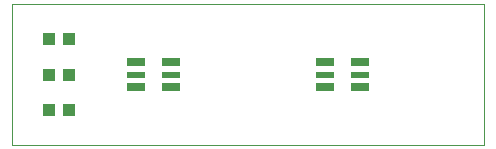
<source format=gtp>
G75*
G70*
%OFA0B0*%
%FSLAX24Y24*%
%IPPOS*%
%LPD*%
%AMOC8*
5,1,8,0,0,1.08239X$1,22.5*
%
%ADD10C,0.0000*%
%ADD11R,0.0600X0.0276*%
%ADD12R,0.0600X0.0197*%
%ADD13R,0.0394X0.0433*%
D10*
X000347Y000347D02*
X016095Y000347D01*
X016095Y005071D01*
X000347Y005071D01*
X000347Y000347D01*
D11*
X004476Y002296D03*
X005667Y002296D03*
X005667Y003122D03*
X004476Y003122D03*
X010775Y003122D03*
X011966Y003122D03*
X011966Y002296D03*
X010775Y002296D03*
D12*
X010775Y002709D03*
X011966Y002709D03*
X005667Y002709D03*
X004476Y002709D03*
D13*
X002256Y002709D03*
X001587Y002709D03*
X001587Y001528D03*
X002256Y001528D03*
X002256Y003890D03*
X001587Y003890D03*
M02*

</source>
